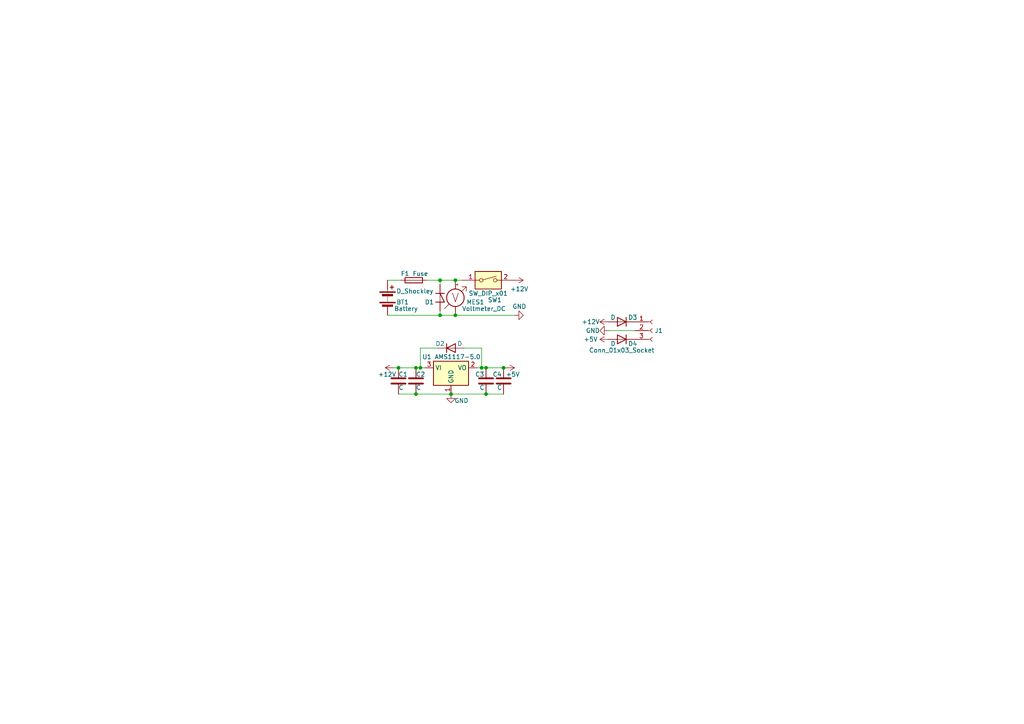
<source format=kicad_sch>
(kicad_sch (version 20230121) (generator eeschema)
  (paper "A4")
  (lib_symbols
    (symbol "Connector:Conn_01x03_Socket" (pin_names (offset 1.016) hide)
      (property "Reference" "J" (at 0 5.08 0))
      (property "Value" "Conn_01x03_Socket" (at 0 -5.08 0))
      (symbol "Conn_01x03_Socket_1_1"
        (arc (start 0 -2.032) (mid -0.5058 -2.54) (end 0 -3.048) (stroke (width 0.1524)))
        (polyline (pts (xy -1.27 -2.54) (xy -0.508 -2.54)) (stroke (width 0.1524)))
        (polyline (pts (xy -1.27 0) (xy -0.508 0)) (stroke (width 0.1524)))
        (polyline (pts (xy -1.27 2.54) (xy -0.508 2.54)) (stroke (width 0.1524)))
        (arc (start 0 0.508) (mid -0.5058 0) (end 0 -0.508) (stroke (width 0.1524)))
        (arc (start 0 3.048) (mid -0.5058 2.54) (end 0 2.032) (stroke (width 0.1524)))
        (pin passive line (at -5.08 2.54 0) (length 3.81) (name "Pin_1") (number "1"))
        (pin passive line (at -5.08 0 0) (length 3.81) (name "Pin_2") (number "2"))
        (pin passive line (at -5.08 -2.54 0) (length 3.81) (name "Pin_3") (number "3"))
      )
    )
    (symbol "Device:Battery" (pin_numbers hide) (pin_names (offset 0) hide)
      (property "Reference" "BT" (at 2.54 2.54 0))
      (property "Value" "Battery" (at 2.54 0 0))
      (symbol "Battery_0_1"
        (rectangle (start -2.286 -1.27) (end 2.286 -1.524) (fill (type outline)))
        (rectangle (start -2.286 1.778) (end 2.286 1.524) (fill (type outline)))
        (rectangle (start -1.524 -2.032) (end 1.524 -2.54) (fill (type outline)))
        (rectangle (start -1.524 1.016) (end 1.524 0.508) (fill (type outline)))
        (polyline (pts (xy 0 -1.016) (xy 0 -0.762)))
        (polyline (pts (xy 0 -0.508) (xy 0 -0.254)))
        (polyline (pts (xy 0 0) (xy 0 0.254)))
        (polyline (pts (xy 0 1.778) (xy 0 2.54)))
        (polyline (pts (xy 0.762 3.048) (xy 1.778 3.048)) (stroke (width 0.254)))
        (polyline (pts (xy 1.27 3.556) (xy 1.27 2.54)) (stroke (width 0.254)))
      )
      (symbol "Battery_1_1"
        (pin passive line (at 0 5.08 270) (length 2.54) (name "+") (number "1"))
        (pin passive line (at 0 -5.08 90) (length 2.54) (name "-") (number "2"))
      )
    )
    (symbol "Device:C" (pin_numbers hide) (pin_names (offset 0.254))
      (property "Reference" "C" (at 0.635 2.54 0))
      (property "Value" "C" (at 0.635 -2.54 0))
      (symbol "C_0_1"
        (polyline (pts (xy -2.032 -0.762) (xy 2.032 -0.762)) (stroke (width 0.508)))
        (polyline (pts (xy -2.032 0.762) (xy 2.032 0.762)) (stroke (width 0.508)))
      )
      (symbol "C_1_1"
        (pin passive line (at 0 3.81 270) (length 2.794) (name "~") (number "1"))
        (pin passive line (at 0 -3.81 90) (length 2.794) (name "~") (number "2"))
      )
    )
    (symbol "Device:D" (pin_numbers hide) (pin_names (offset 1.016) hide)
      (property "Reference" "D" (at 0 2.54 0))
      (property "Value" "D" (at 0 -2.54 0))
      (symbol "D_0_1"
        (polyline (pts (xy -1.27 1.27) (xy -1.27 -1.27)) (stroke (width 0.254)))
        (polyline (pts (xy 1.27 0) (xy -1.27 0)))
        (polyline (pts (xy 1.27 1.27) (xy 1.27 -1.27) (xy -1.27 0) (xy 1.27 1.27)) (stroke (width 0.254)))
      )
      (symbol "D_1_1"
        (pin passive line (at -3.81 0 0) (length 2.54) (name "K") (number "1"))
        (pin passive line (at 3.81 0 180) (length 2.54) (name "A") (number "2"))
      )
    )
    (symbol "Device:D_Shockley" (pin_numbers hide) (pin_names (offset 1.016) hide)
      (property "Reference" "D" (at 0 2.54 0))
      (property "Value" "D_Shockley" (at 0 -2.54 0))
      (symbol "D_Shockley_0_1"
        (polyline (pts (xy -1.27 0) (xy 1.27 0)))
        (polyline (pts (xy -1.27 1.27) (xy -1.27 -1.27)) (stroke (width 0.254)))
        (polyline (pts (xy -1.27 0) (xy 1.27 1.27) (xy 1.27 -1.27)) (stroke (width 0.254)))
      )
      (symbol "D_Shockley_1_1"
        (pin passive line (at -3.81 0 0) (length 2.54) (name "K") (number "1"))
        (pin passive line (at 3.81 0 180) (length 2.54) (name "A") (number "2"))
      )
    )
    (symbol "Device:Fuse" (pin_numbers hide) (pin_names (offset 0))
      (property "Reference" "F" (at 2.032 0 90))
      (property "Value" "Fuse" (at -1.905 0 90))
      (symbol "Fuse_0_1"
        (rectangle (start -0.762 -2.54) (end 0.762 2.54) (stroke (width 0.254)))
        (polyline (pts (xy 0 2.54) (xy 0 -2.54)))
      )
      (symbol "Fuse_1_1"
        (pin passive line (at 0 3.81 270) (length 1.27) (name "~") (number "1"))
        (pin passive line (at 0 -3.81 90) (length 1.27) (name "~") (number "2"))
      )
    )
    (symbol "Device:Voltmeter_DC" (pin_numbers hide) (pin_names (offset 0.0254) hide)
      (property "Reference" "MES" (at -3.302 1.016 0))
      (property "Value" "Voltmeter_DC" (at -3.302 -0.762 0))
      (symbol "Voltmeter_DC_0_0"
        (polyline (pts (xy -3.175 -3.175) (xy -1.905 -1.905)))
        (polyline (pts (xy 1.905 1.905) (xy 3.175 3.175)))
        (polyline (pts (xy 1.905 3.175) (xy 3.175 3.175) (xy 3.175 1.905)))
        (text "V" (at 0 0 0) (effects (font (size 2.54 2.54))))
      )
      (symbol "Voltmeter_DC_0_1"
        (polyline (pts (xy 0.254 3.81) (xy 0.762 3.81)))
        (polyline (pts (xy 0.508 4.064) (xy 0.508 3.556)))
        (circle (center 0 0) (radius 2.54) (stroke (width 0.254)))
      )
      (symbol "Voltmeter_DC_1_1"
        (pin passive line (at 0 -5.08 90) (length 2.54) (name "-") (number "1"))
        (pin passive line (at 0 5.08 270) (length 2.54) (name "+") (number "2"))
      )
    )
    (symbol "Regulator_Linear:AMS1117-5.0"
      (property "Reference" "U" (at -3.81 3.175 0))
      (property "Value" "AMS1117-5.0" (at 0 3.175 0))
      (symbol "AMS1117-5.0_0_1"
        (rectangle (start -5.08 -5.08) (end 5.08 1.905) (stroke (width 0.254)) (fill (type background)))
      )
      (symbol "AMS1117-5.0_1_1"
        (pin power_in line (at 0 -7.62 90) (length 2.54) (name "GND") (number "1"))
        (pin power_out line (at 7.62 0 180) (length 2.54) (name "VO") (number "2"))
        (pin power_in line (at -7.62 0 0) (length 2.54) (name "VI") (number "3"))
      )
    )
    (symbol "Switch:SW_DIP_x01" (pin_names (offset 0) hide)
      (property "Reference" "SW" (at 0 3.81 0))
      (property "Value" "SW_DIP_x01" (at 0 -3.81 0))
      (symbol "SW_DIP_x01_0_0"
        (circle (center -2.032 0) (radius 0.508))
        (polyline (pts (xy -1.524 0.127) (xy 2.3622 1.1684)))
        (circle (center 2.032 0) (radius 0.508))
      )
      (symbol "SW_DIP_x01_0_1"
        (rectangle (start -3.81 2.54) (end 3.81 -2.54) (stroke (width 0.254)) (fill (type background)))
      )
      (symbol "SW_DIP_x01_1_1"
        (pin passive line (at -7.62 0 0) (length 5.08) (name "~") (number "1"))
        (pin passive line (at 7.62 0 180) (length 5.08) (name "~") (number "2"))
      )
    )
    (symbol "power:+12V" (power) (pin_names (offset 0))
      (property "Value" "+12V" (at 0 3.556 0))
      (symbol "+12V_0_1"
        (polyline (pts (xy -0.762 1.27) (xy 0 2.54)))
        (polyline (pts (xy 0 0) (xy 0 2.54)))
        (polyline (pts (xy 0 2.54) (xy 0.762 1.27)))
      )
      (symbol "+12V_1_1"
        (pin power_in line (at 0 0 90) (length 0) hide (name "+12V") (number "1"))
      )
    )
    (symbol "power:+5V" (power) (pin_names (offset 0))
      (property "Value" "+5V" (at 0 3.556 0))
      (symbol "+5V_0_1"
        (polyline (pts (xy -0.762 1.27) (xy 0 2.54)))
        (polyline (pts (xy 0 0) (xy 0 2.54)))
        (polyline (pts (xy 0 2.54) (xy 0.762 1.27)))
      )
      (symbol "+5V_1_1"
        (pin power_in line (at 0 0 90) (length 0) hide (name "+5V") (number "1"))
      )
    )
    (symbol "power:GND" (power) (pin_names (offset 0))
      (property "Value" "GND" (at 0 -3.81 0))
      (symbol "GND_0_1"
        (polyline (pts (xy 0 0) (xy 0 -1.27) (xy 1.27 -1.27) (xy 0 -2.54) (xy -1.27 -1.27) (xy 0 -1.27)))
      )
      (symbol "GND_1_1"
        (pin power_in line (at 0 0 270) (length 0) hide (name "GND") (number "1"))
      )
    )
  )
  (junction (at 139.7 106.68))
  (junction (at 127.635 91.44))
  (junction (at 130.81 114.3))
  (junction (at 115.57 106.68))
  (junction (at 120.65 106.68))
  (junction (at 140.97 114.3))
  (junction (at 146.05 106.68))
  (junction (at 120.65 114.3))
  (junction (at 132.08 91.44))
  (junction (at 121.92 106.68))
  (junction (at 127.635 81.28))
  (junction (at 132.08 81.28))
  (junction (at 140.97 106.68))
  (wire (pts (xy 127 100.965) (xy 121.92 100.965)))
  (wire (pts (xy 127.635 81.28) (xy 127.635 82.55)))
  (wire (pts (xy 138.43 106.68) (xy 139.7 106.68)))
  (wire (pts (xy 123.825 81.28) (xy 127.635 81.28)))
  (wire (pts (xy 115.57 106.68) (xy 120.65 106.68)))
  (wire (pts (xy 140.97 114.3) (xy 146.05 114.3)))
  (wire (pts (xy 132.08 91.44) (xy 149.225 91.44)))
  (wire (pts (xy 134.62 100.965) (xy 139.7 100.965)))
  (wire (pts (xy 146.05 106.68) (xy 146.685 106.68)))
  (wire (pts (xy 115.57 114.3) (xy 120.65 114.3)))
  (wire (pts (xy 176.53 95.885) (xy 184.15 95.885)))
  (wire (pts (xy 130.81 114.3) (xy 140.97 114.3)))
  (wire (pts (xy 139.7 100.965) (xy 139.7 106.68)))
  (wire (pts (xy 112.395 81.28) (xy 116.205 81.28)))
  (wire (pts (xy 139.7 106.68) (xy 140.97 106.68)))
  (wire (pts (xy 120.65 114.3) (xy 130.81 114.3)))
  (wire (pts (xy 127.635 90.17) (xy 127.635 91.44)))
  (wire (pts (xy 114.3 106.68) (xy 115.57 106.68)))
  (wire (pts (xy 132.08 81.28) (xy 133.985 81.28)))
  (wire (pts (xy 112.395 91.44) (xy 127.635 91.44)))
  (wire (pts (xy 121.92 106.68) (xy 123.19 106.68)))
  (wire (pts (xy 127.635 81.28) (xy 132.08 81.28)))
  (wire (pts (xy 127.635 91.44) (xy 132.08 91.44)))
  (wire (pts (xy 120.65 106.68) (xy 121.92 106.68)))
  (wire (pts (xy 140.97 106.68) (xy 146.05 106.68)))
  (wire (pts (xy 121.92 100.965) (xy 121.92 106.68)))
  (symbol (lib_id "Device:Voltmeter_DC") (at 132.08 86.36 0) (unit 1)
    (property "Reference" "MES1" (at 135.255 87.63 0) (effects (justify left)))
    (property "Value" "Voltmeter_DC" (at 133.985 89.535 0) (effects (justify left)))
    (property "Footprint" "Voltage_Counter:voltage_counter" (effects hide))
  )
  (symbol (lib_id "Device:D") (at 180.34 93.345 180) (unit 1)
    (property "Reference" "D3" (at 183.515 92.075 0))
    (property "Value" "D" (at 177.8 92.075 0))
    (property "Footprint" "Diode_THT:D_A-405_P7.62mm_Horizontal" (effects hide))
    (property "Sim.Device" "D" (effects hide))
    (property "Sim.Pins" "1=K 2=A" (effects hide))
  )
  (symbol (lib_id "Device:C") (at 115.57 110.49 0) (unit 1)
    (property "Reference" "C1" (at 115.57 108.585 0) (effects (justify left)))
    (property "Value" "C" (at 115.57 112.395 0) (effects (justify left)))
    (property "Footprint" "Capacitor_THT:CP_Radial_D5.0mm_P2.50mm" (effects hide))
  )
  (symbol (lib_id "Device:D") (at 130.81 100.965 0) (unit 1)
    (property "Reference" "D2" (at 127.635 99.695 0))
    (property "Value" "D" (at 133.35 99.695 0))
    (property "Footprint" "Diode_THT:D_A-405_P7.62mm_Horizontal" (effects hide))
    (property "Sim.Device" "D" (effects hide))
    (property "Sim.Pins" "1=K 2=A" (effects hide))
  )
  (symbol (lib_id "power:GND") (at 130.81 114.3 0) (unit 1)
    (property "Reference" "#PWR05" (effects hide))
    (property "Value" "GND" (at 135.89 116.205 0) (effects (justify right)))
  )
  (symbol (lib_id "Device:C") (at 146.05 110.49 0) (unit 1)
    (property "Reference" "C4" (at 142.875 108.585 0) (effects (justify left)))
    (property "Value" "C" (at 144.145 112.395 0) (effects (justify left)))
    (property "Footprint" "Capacitor_THT:CP_Radial_D5.0mm_P2.50mm" (effects hide))
  )
  (symbol (lib_id "Device:C") (at 120.65 110.49 0) (unit 1)
    (property "Reference" "C2" (at 120.65 108.585 0) (effects (justify left)))
    (property "Value" "C" (at 120.65 112.395 0) (effects (justify left)))
    (property "Footprint" "Capacitor_THT:C_Disc_D3.0mm_W1.6mm_P2.50mm" (effects hide))
  )
  (symbol (lib_id "power:GND") (at 149.225 91.44 90) (unit 1)
    (property "Reference" "#PWR02" (effects hide))
    (property "Value" "GND" (at 148.59 88.9 90) (effects (justify right)))
  )
  (symbol (lib_id "Regulator_Linear:AMS1117-5.0") (at 130.81 106.68 0) (unit 1)
    (property "Reference" "U1" (at 123.825 103.505 0))
    (property "Value" "AMS1117-5.0" (at 132.715 103.505 0))
    (property "Footprint" "Package_TO_SOT_THT:TO-220-3_Horizontal_TabDown" (effects hide))
    (property "Datasheet" "http://www.advanced-monolithic.com/pdf/ds1117.pdf" (effects hide))
  )
  (symbol (lib_id "power:+12V") (at 176.53 93.345 90) (unit 1)
    (property "Reference" "#PWR07" (effects hide))
    (property "Value" "+12V" (at 173.99 93.345 90) (effects (justify left)))
  )
  (symbol (lib_id "Device:C") (at 140.97 110.49 0) (unit 1)
    (property "Reference" "C3" (at 137.795 108.585 0) (effects (justify left)))
    (property "Value" "C" (at 139.065 112.395 0) (effects (justify left)))
    (property "Footprint" "Capacitor_THT:C_Disc_D3.0mm_W1.6mm_P2.50mm" (effects hide))
  )
  (symbol (lib_id "power:+12V") (at 149.225 81.28 270) (unit 1)
    (property "Reference" "#PWR01" (effects hide))
    (property "Value" "+12V" (at 147.955 83.82 90) (effects (justify left)))
  )
  (symbol (lib_id "Switch:SW_DIP_x01") (at 141.605 81.28 0) (unit 1)
    (property "Reference" "SW1" (at 143.51 86.995 0))
    (property "Value" "SW_DIP_x01" (at 141.605 85.09 0))
    (property "Footprint" "_Others:DS-850k" (effects hide))
  )
  (symbol (lib_id "Connector:Conn_01x03_Socket") (at 189.23 95.885 0) (unit 1)
    (property "Reference" "J1" (at 189.865 95.885 0) (effects (justify left)))
    (property "Value" "Conn_01x03_Socket" (at 170.815 101.6 0) (effects (justify left)))
    (property "Footprint" "Connector_JST:JST_XH_S3B-XH-A_1x03_P2.50mm_Horizontal" (effects hide))
  )
  (symbol (lib_id "Device:D_Shockley") (at 127.635 86.36 270) (unit 1)
    (property "Reference" "D1" (at 123.19 87.63 90) (effects (justify left)))
    (property "Value" "D_Shockley" (at 114.935 84.455 90) (effects (justify left)))
    (property "Footprint" "Diode_THT:D_5W_P10.16mm_Horizontal" (effects hide))
  )
  (symbol (lib_id "power:+12V") (at 114.3 106.68 90) (unit 1)
    (property "Reference" "#PWR03" (effects hide))
    (property "Value" "+12V" (at 114.935 108.585 90) (effects (justify left)))
  )
  (symbol (lib_id "power:GND") (at 176.53 95.885 270) (unit 1)
    (property "Reference" "#PWR06" (effects hide))
    (property "Value" "GND" (at 173.99 95.885 90) (effects (justify right)))
  )
  (symbol (lib_id "power:+5V") (at 176.53 98.425 90) (unit 1)
    (property "Reference" "#PWR08" (effects hide))
    (property "Value" "+5V" (at 173.355 98.425 90) (effects (justify left)))
  )
  (symbol (lib_id "Device:Fuse") (at 120.015 81.28 90) (unit 1)
    (property "Reference" "F1" (at 117.475 79.375 90))
    (property "Value" "Fuse" (at 121.92 79.375 90))
    (property "Footprint" "Fuse_Socket:fuse_socket" (effects hide))
  )
  (symbol (lib_id "power:+5V") (at 146.685 106.68 270) (unit 1)
    (property "Reference" "#PWR04" (effects hide))
    (property "Value" "+5V" (at 146.685 108.585 90) (effects (justify left)))
  )
  (symbol (lib_id "Device:Battery") (at 112.395 86.36 0) (unit 1)
    (property "Reference" "BT1" (at 114.935 87.63 0) (effects (justify left)))
    (property "Value" "Battery" (at 114.3 89.535 0) (effects (justify left)))
    (property "Footprint" "Connector_JST:JST_VH_B2P-VH_1x02_P3.96mm_Vertical" (effects hide))
  )
  (symbol (lib_id "Device:D") (at 180.34 98.425 180) (unit 1)
    (property "Reference" "D4" (at 183.515 99.695 0))
    (property "Value" "D" (at 177.8 99.695 0))
    (property "Footprint" "Diode_THT:D_A-405_P7.62mm_Horizontal" (effects hide))
    (property "Sim.Device" "D" (effects hide))
    (property "Sim.Pins" "1=K 2=A" (effects hide))
  )
)
</source>
